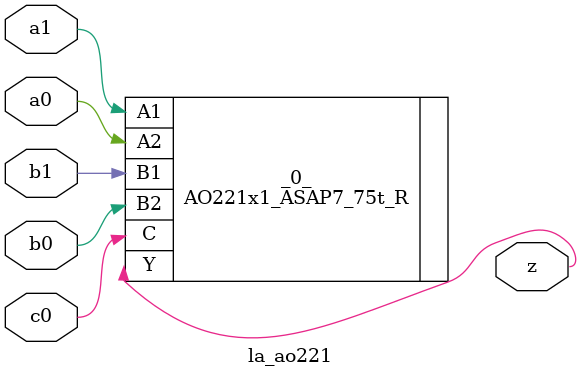
<source format=v>

/* Generated by Yosys 0.40 (git sha1 a1bb0255d, g++ 11.4.0-1ubuntu1~22.04 -fPIC -Os) */

module la_ao221(a0, a1, b0, b1, c0, z);
  input a0;
  wire a0;
  input a1;
  wire a1;
  input b0;
  wire b0;
  input b1;
  wire b1;
  input c0;
  wire c0;
  output z;
  wire z;
  AO221x1_ASAP7_75t_R _0_ (
    .A1(a1),
    .A2(a0),
    .B1(b1),
    .B2(b0),
    .C(c0),
    .Y(z)
  );
endmodule

</source>
